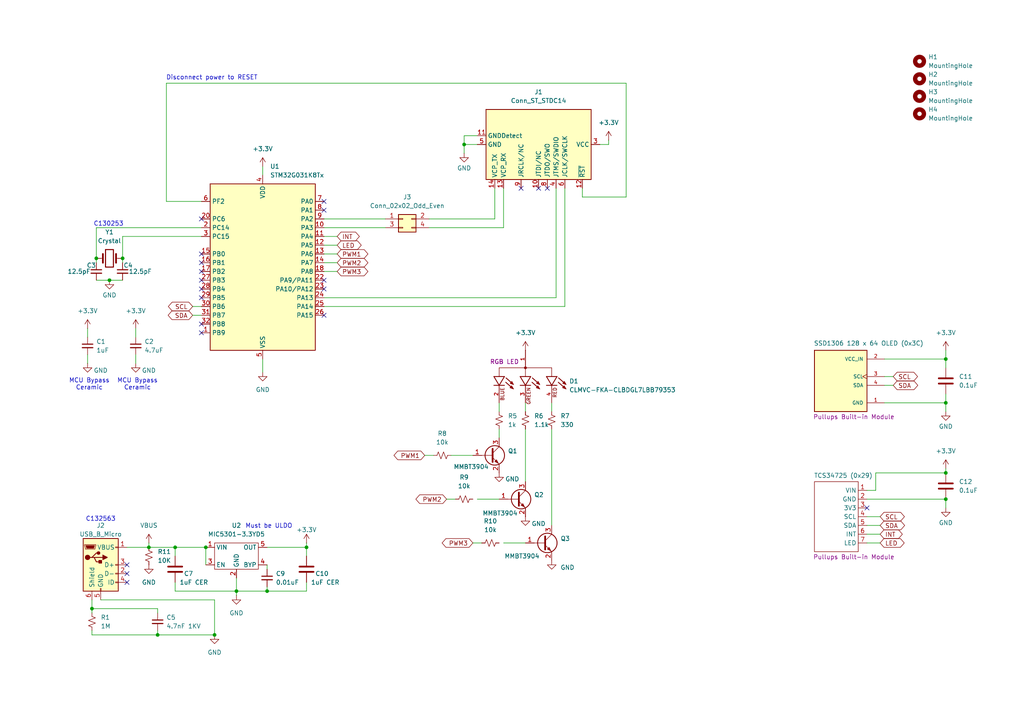
<source format=kicad_sch>
(kicad_sch (version 20250114) (generator "eeschema") (generator_version "9.0")
  (paper "A4")
  (title_block (title "RGB Reader PCB Schematic") (date "2025-10-21") (rev "4") (company "NAIT") (comment 1 "Jaedyn Carbonell (CMPE2750 Project)"))
  (lib_symbols
    (symbol "CLMVC-FKA-CLBDGL7LBB79353:CLMVC-FKA-CLBDGL7LBB79353" (pin_names (offset 1.016))
      (property "Reference" "D" (at -8.255 12.7 0))
      (property "Value" "CLMVC-FKA-CLBDGL7LBB79353" (at -8.255 12.065 0))
      (symbol "CLMVC-FKA-CLBDGL7LBB79353_0_0"
        (polyline (pts (xy -2.54 7.62) (xy -2.54 -7.62)) (stroke (width 0.1524)))
        (circle (center -2.54 0) (radius 0.2032) (stroke (width 0.4064)))
        (polyline (pts (xy 0 9.144) (xy 0 7.62)) (stroke (width 0.254)))
        (polyline (pts (xy 0 7.62) (xy -2.54 7.62)) (stroke (width 0.1524)))
        (polyline (pts (xy 0 7.62) (xy 0 6.096)) (stroke (width 0.254)))
        (polyline (pts (xy 0 6.096) (xy 2.54 7.62)) (stroke (width 0.254)))
        (polyline (pts (xy 0 1.524) (xy 0 0)) (stroke (width 0.254)))
        (polyline (pts (xy 0 0) (xy -2.54 0)) (stroke (width 0.1524)))
        (polyline (pts (xy 0 0) (xy 0 -1.524)) (stroke (width 0.254)))
        (polyline (pts (xy 0 -1.524) (xy 2.54 0)) (stroke (width 0.254)))
        (polyline (pts (xy 0 -6.096) (xy 0 -7.62)) (stroke (width 0.254)))
        (polyline (pts (xy 0 -7.62) (xy -2.54 -7.62)) (stroke (width 0.1524)))
        (polyline (pts (xy 0 -7.62) (xy 0 -9.144)) (stroke (width 0.254)))
        (polyline (pts (xy 0 -9.144) (xy 2.54 -7.62)) (stroke (width 0.254)))
        (polyline (pts (xy 1.397 11.303) (xy 1.9685 10.795) (xy 2.3495 11.811) (xy 1.397 11.303)) (stroke (width 0.1524)) (fill (type outline)))
        (polyline (pts (xy 1.397 3.683) (xy 1.9685 3.175) (xy 2.3495 4.191) (xy 1.397 3.683)) (stroke (width 0.1524)) (fill (type outline)))
        (polyline (pts (xy 1.397 -3.937) (xy 1.9685 -4.445) (xy 2.3495 -3.429) (xy 1.397 -3.937)) (stroke (width 0.1524)) (fill (type outline)))
        (polyline (pts (xy 2.1844 11.6586) (xy 0.4064 9.6266)) (stroke (width 0.254)))
        (polyline (pts (xy 2.1844 4.0386) (xy 0.4064 2.0066)) (stroke (width 0.254)))
        (polyline (pts (xy 2.1844 -3.5814) (xy 0.4064 -5.6134)) (stroke (width 0.254)))
        (polyline (pts (xy 2.54 9.144) (xy 2.54 7.62)) (stroke (width 0.254)))
        (polyline (pts (xy 2.54 7.62) (xy 0 9.144)) (stroke (width 0.254)))
        (polyline (pts (xy 2.54 7.62) (xy 2.54 6.096)) (stroke (width 0.254)))
        (polyline (pts (xy 2.54 1.524) (xy 2.54 0)) (stroke (width 0.254)))
        (polyline (pts (xy 2.54 0) (xy 0 1.524)) (stroke (width 0.254)))
        (polyline (pts (xy 2.54 0) (xy 2.54 -1.524)) (stroke (width 0.254)))
        (polyline (pts (xy 2.54 -6.096) (xy 2.54 -7.62)) (stroke (width 0.254)))
        (polyline (pts (xy 2.54 -7.62) (xy 0 -6.096)) (stroke (width 0.254)))
        (polyline (pts (xy 2.54 -7.62) (xy 2.54 -9.144)) (stroke (width 0.254)))
        (polyline (pts (xy 2.667 11.2395) (xy 3.2385 10.7315) (xy 3.6195 11.811) (xy 2.667 11.2395)) (stroke (width 0.1524)) (fill (type outline)))
        (polyline (pts (xy 2.667 3.6195) (xy 3.2385 3.1115) (xy 3.6195 4.191) (xy 2.667 3.6195)) (stroke (width 0.1524)) (fill (type outline)))
        (polyline (pts (xy 2.667 -4.0005) (xy 3.2385 -4.5085) (xy 3.6195 -3.429) (xy 2.667 -4.0005)) (stroke (width 0.1524)) (fill (type outline)))
        (polyline (pts (xy 3.429 11.557) (xy 1.651 9.525)) (stroke (width 0.254)))
        (polyline (pts (xy 3.429 3.937) (xy 1.651 1.905)) (stroke (width 0.254)))
        (polyline (pts (xy 3.429 -3.683) (xy 1.651 -5.715)) (stroke (width 0.254)))
        (text "RED" (at 3.048 9.144 0) (effects (font (size 1.016 1.016)) (justify left bottom)))
        (text "GREEN" (at 3.048 1.524 0) (effects (font (size 1.016 1.016)) (justify left bottom)))
        (text "BLUE" (at 3.048 -6.096 0) (effects (font (size 1.016 1.016)) (justify left bottom)))
        (pin passive line (at -7.62 0 0) (length 5.08) (name "~") (number "1"))
        (pin passive line (at 7.62 7.62 180) (length 5.08) (name "~") (number "4"))
        (pin passive line (at 7.62 0 180) (length 5.08) (name "~") (number "3"))
        (pin passive line (at 7.62 -7.62 180) (length 5.08) (name "~") (number "2"))
      )
    )
    (symbol "Connector:Conn_ST_STDC14"
      (property "Reference" "J" (at -8.89 16.51 0))
      (property "Value" "Conn_ST_STDC14" (at 17.78 16.51 0))
      (symbol "Conn_ST_STDC14_0_1"
        (rectangle (start -10.16 15.24) (end 10.16 -15.24) (stroke (width 0.254)) (fill (type background)))
      )
      (symbol "Conn_ST_STDC14_1_1"
        (pin no_connect line (at -10.16 5.08 0) (length 2.54) (hide yes) (name "NC") (number "1"))
        (pin no_connect line (at -10.16 2.54 0) (length 2.54) (hide yes) (name "NC") (number "2"))
        (pin passive line (at -2.54 -17.78 90) (length 2.54) (name "GNDDetect") (number "11"))
        (pin power_in line (at 0 17.78 270) (length 2.54) (name "VCC") (number "3"))
        (pin power_in line (at 0 -17.78 90) (length 2.54) (name "GND") (number "5"))
        (pin passive line (at 0 -17.78 90) (length 2.54) (hide yes) (name "GND") (number "7"))
        (pin open_collector line (at 12.7 12.7 180) (length 2.54) (name "~{RST}") (number "12"))
        (pin output line (at 12.7 7.62 180) (length 2.54) (name "JCLK/SWCLK") (number "6"))
        (pin bidirectional line (at 12.7 5.08 180) (length 2.54) (name "JTMS/SWDIO") (number "4"))
        (pin input line (at 12.7 2.54 180) (length 2.54) (name "JTDO/SWO") (number "8"))
        (pin output line (at 12.7 0 180) (length 2.54) (name "JTDI/NC") (number "10"))
        (pin input line (at 12.7 -5.08 180) (length 2.54) (name "JRCLK/NC") (number "9"))
        (pin output line (at 12.7 -10.16 180) (length 2.54) (name "VCP_RX") (number "13"))
        (pin input line (at 12.7 -12.7 180) (length 2.54) (name "VCP_TX") (number "14"))
      )
    )
    (symbol "Connector:USB_B_Micro" (pin_names (offset 1.016))
      (property "Reference" "J" (at -5.08 11.43 0))
      (property "Value" "USB_B_Micro" (at -5.08 8.89 0))
      (symbol "USB_B_Micro_0_1"
        (rectangle (start -5.08 -7.62) (end 5.08 7.62) (stroke (width 0.254)) (fill (type background)))
        (polyline (pts (xy -4.699 5.842) (xy -4.699 5.588) (xy -4.445 4.826) (xy -4.445 4.572) (xy -1.651 4.572) (xy -1.651 4.826) (xy -1.397 5.588) (xy -1.397 5.842) (xy -4.699 5.842)))
        (polyline (pts (xy -4.318 5.588) (xy -1.778 5.588) (xy -2.032 4.826) (xy -4.064 4.826) (xy -4.318 5.588)) (fill (type outline)))
        (circle (center -3.81 2.159) (radius 0.635) (stroke (width 0.254)) (fill (type outline)))
        (polyline (pts (xy -3.175 2.159) (xy -2.54 2.159) (xy -1.27 3.429) (xy -0.635 3.429)) (stroke (width 0.254)))
        (polyline (pts (xy -2.54 2.159) (xy -1.905 2.159) (xy -1.27 0.889) (xy 0 0.889)) (stroke (width 0.254)))
        (polyline (pts (xy -1.905 2.159) (xy 0.635 2.159)) (stroke (width 0.254)))
        (circle (center -0.635 3.429) (radius 0.381) (stroke (width 0.254)) (fill (type outline)))
        (rectangle (start -0.127 -7.62) (end 0.127 -6.858))
        (rectangle (start 0.254 1.27) (end -0.508 0.508) (stroke (width 0.254)) (fill (type outline)))
        (polyline (pts (xy 0.635 2.794) (xy 0.635 1.524) (xy 1.905 2.159) (xy 0.635 2.794)) (stroke (width 0.254)) (fill (type outline)))
        (rectangle (start 5.08 4.953) (end 4.318 5.207))
        (rectangle (start 5.08 -0.127) (end 4.318 0.127))
        (rectangle (start 5.08 -2.667) (end 4.318 -2.413))
        (rectangle (start 5.08 -5.207) (end 4.318 -4.953))
      )
      (symbol "USB_B_Micro_1_1"
        (pin passive line (at -2.54 -10.16 90) (length 2.54) (name "Shield") (number "6"))
        (pin power_out line (at 0 -10.16 90) (length 2.54) (name "GND") (number "5"))
        (pin power_out line (at 7.62 5.08 180) (length 2.54) (name "VBUS") (number "1"))
        (pin bidirectional line (at 7.62 0 180) (length 2.54) (name "D+") (number "3"))
        (pin bidirectional line (at 7.62 -2.54 180) (length 2.54) (name "D-") (number "2"))
        (pin passive line (at 7.62 -5.08 180) (length 2.54) (name "ID") (number "4"))
      )
    )
    (symbol "Connector_Generic:Conn_02x02_Odd_Even" (pin_names (offset 1.016) (hide yes))
      (property "Reference" "J" (at 1.27 2.54 0))
      (property "Value" "Conn_02x02_Odd_Even" (at 1.27 -5.08 0))
      (symbol "Conn_02x02_Odd_Even_1_1"
        (rectangle (start -1.27 1.27) (end 3.81 -3.81) (stroke (width 0.254)) (fill (type background)))
        (rectangle (start -1.27 0.127) (end 0 -0.127) (stroke (width 0.1524)))
        (rectangle (start -1.27 -2.413) (end 0 -2.667) (stroke (width 0.1524)))
        (rectangle (start 3.81 0.127) (end 2.54 -0.127) (stroke (width 0.1524)))
        (rectangle (start 3.81 -2.413) (end 2.54 -2.667) (stroke (width 0.1524)))
        (pin passive line (at -5.08 0 0) (length 3.81) (name "Pin_1") (number "1"))
        (pin passive line (at -5.08 -2.54 0) (length 3.81) (name "Pin_3") (number "3"))
        (pin passive line (at 7.62 0 180) (length 3.81) (name "Pin_2") (number "2"))
        (pin passive line (at 7.62 -2.54 180) (length 3.81) (name "Pin_4") (number "4"))
      )
    )
    (symbol "DM-OLED096-636:DM-OLED096-636" (pin_names (offset 1.016))
      (property "Reference" "U" (at -7.62 10.922 0))
      (property "Value" "DM-OLED096-636" (at -7.62 -10.16 0))
      (symbol "DM-OLED096-636_0_0"
        (rectangle (start -7.62 -7.62) (end 7.62 10.16) (stroke (width 0.254)) (fill (type background)))
        (pin power_in line (at 12.7 7.62 180) (length 5.08) (name "VCC_IN") (number "2"))
        (pin input clock (at 12.7 2.54 180) (length 5.08) (name "SCL") (number "3"))
        (pin bidirectional line (at 12.7 0 180) (length 5.08) (name "SDA") (number "4"))
        (pin power_in line (at 12.7 -5.08 180) (length 5.08) (name "GND") (number "1"))
      )
    )
    (symbol "Device:C" (pin_numbers (hide yes)) (pin_names (offset 0.254))
      (property "Reference" "C" (at 0.635 2.54 0))
      (property "Value" "C" (at 0.635 -2.54 0))
      (symbol "C_0_1"
        (polyline (pts (xy -2.032 0.762) (xy 2.032 0.762)) (stroke (width 0.508)))
        (polyline (pts (xy -2.032 -0.762) (xy 2.032 -0.762)) (stroke (width 0.508)))
      )
      (symbol "C_1_1"
        (pin passive line (at 0 3.81 270) (length 2.794) (name "~") (number "1"))
        (pin passive line (at 0 -3.81 90) (length 2.794) (name "~") (number "2"))
      )
    )
    (symbol "Device:C_Small" (pin_numbers (hide yes)) (pin_names (offset 0.254) (hide yes))
      (property "Reference" "C" (at 0.254 1.778 0))
      (property "Value" "C_Small" (at 0.254 -2.032 0))
      (symbol "C_Small_0_1"
        (polyline (pts (xy -1.524 0.508) (xy 1.524 0.508)) (stroke (width 0.3048)))
        (polyline (pts (xy -1.524 -0.508) (xy 1.524 -0.508)) (stroke (width 0.3302)))
      )
      (symbol "C_Small_1_1"
        (pin passive line (at 0 2.54 270) (length 2.032) (name "~") (number "1"))
        (pin passive line (at 0 -2.54 90) (length 2.032) (name "~") (number "2"))
      )
    )
    (symbol "Device:Crystal" (pin_numbers (hide yes)) (pin_names (offset 1.016) (hide yes))
      (property "Reference" "Y" (at 0 3.81 0))
      (property "Value" "Crystal" (at 0 -3.81 0))
      (symbol "Crystal_0_1"
        (polyline (pts (xy -2.54 0) (xy -1.905 0)))
        (polyline (pts (xy -1.905 -1.27) (xy -1.905 1.27)) (stroke (width 0.508)))
        (rectangle (start -1.143 2.54) (end 1.143 -2.54) (stroke (width 0.3048)))
        (polyline (pts (xy 1.905 -1.27) (xy 1.905 1.27)) (stroke (width 0.508)))
        (polyline (pts (xy 2.54 0) (xy 1.905 0)))
      )
      (symbol "Crystal_1_1"
        (pin passive line (at -3.81 0 0) (length 1.27) (name "1") (number "1"))
        (pin passive line (at 3.81 0 180) (length 1.27) (name "2") (number "2"))
      )
    )
    (symbol "Device:R_Small_US" (pin_numbers (hide yes)) (pin_names (offset 0.254) (hide yes))
      (property "Reference" "R" (at 0.762 0.508 0))
      (property "Value" "R_Small_US" (at 0.762 -1.016 0))
      (symbol "R_Small_US_1_1"
        (polyline (pts (xy 0 1.524) (xy 1.016 1.143) (xy 0 0.762) (xy -1.016 0.381) (xy 0 0)))
        (polyline (pts (xy 0 0) (xy 1.016 -0.381) (xy 0 -0.762) (xy -1.016 -1.143) (xy 0 -1.524)))
        (pin passive line (at 0 2.54 270) (length 1.016) (name "~") (number "1"))
        (pin passive line (at 0 -2.54 90) (length 1.016) (name "~") (number "2"))
      )
    )
    (symbol "MCU_ST_STM32G0:STM32G031K8Tx"
      (property "Reference" "U" (at -15.24 26.67 0))
      (property "Value" "STM32G031K8Tx" (at 2.54 26.67 0))
      (symbol "STM32G031K8Tx_0_1"
        (rectangle (start -15.24 -22.86) (end 15.24 25.4) (stroke (width 0.254)) (fill (type background)))
      )
      (symbol "STM32G031K8Tx_1_1"
        (pin bidirectional line (at -17.78 20.32 0) (length 2.54) (name "PF2") (number "6"))
        (pin bidirectional line (at -17.78 15.24 0) (length 2.54) (name "PC6") (number "20"))
        (pin bidirectional line (at -17.78 12.7 0) (length 2.54) (name "PC14") (number "2"))
        (pin bidirectional line (at -17.78 10.16 0) (length 2.54) (name "PC15") (number "3"))
        (pin bidirectional line (at -17.78 5.08 0) (length 2.54) (name "PB0") (number "15"))
        (pin bidirectional line (at -17.78 2.54 0) (length 2.54) (name "PB1") (number "16"))
        (pin bidirectional line (at -17.78 0 0) (length 2.54) (name "PB2") (number "17"))
        (pin bidirectional line (at -17.78 -2.54 0) (length 2.54) (name "PB3") (number "27"))
        (pin bidirectional line (at -17.78 -5.08 0) (length 2.54) (name "PB4") (number "28"))
        (pin bidirectional line (at -17.78 -7.62 0) (length 2.54) (name "PB5") (number "29"))
        (pin bidirectional line (at -17.78 -10.16 0) (length 2.54) (name "PB6") (number "30"))
        (pin bidirectional line (at -17.78 -12.7 0) (length 2.54) (name "PB7") (number "31"))
        (pin bidirectional line (at -17.78 -15.24 0) (length 2.54) (name "PB8") (number "32"))
        (pin bidirectional line (at -17.78 -17.78 0) (length 2.54) (name "PB9") (number "1"))
        (pin no_connect line (at -15.24 -20.32 0) (length 2.54) (hide yes) (name "NC/PA10") (number "21"))
        (pin no_connect line (at -15.24 -22.86 0) (length 2.54) (hide yes) (name "NC/PA9") (number "19"))
        (pin power_in line (at 0 27.94 270) (length 2.54) (name "VDD") (number "4"))
        (pin power_in line (at 0 -25.4 90) (length 2.54) (name "VSS") (number "5"))
        (pin bidirectional line (at 17.78 20.32 180) (length 2.54) (name "PA0") (number "7"))
        (pin bidirectional line (at 17.78 17.78 180) (length 2.54) (name "PA1") (number "8"))
        (pin bidirectional line (at 17.78 15.24 180) (length 2.54) (name "PA2") (number "9"))
        (pin bidirectional line (at 17.78 12.7 180) (length 2.54) (name "PA3") (number "10"))
        (pin bidirectional line (at 17.78 10.16 180) (length 2.54) (name "PA4") (number "11"))
        (pin bidirectional line (at 17.78 7.62 180) (length 2.54) (name "PA5") (number "12"))
        (pin bidirectional line (at 17.78 5.08 180) (length 2.54) (name "PA6") (number "13"))
        (pin bidirectional line (at 17.78 2.54 180) (length 2.54) (name "PA7") (number "14"))
        (pin bidirectional line (at 17.78 0 180) (length 2.54) (name "PA8") (number "18"))
        (pin bidirectional line (at 17.78 -2.54 180) (length 2.54) (name "PA9/PA11") (number "22"))
        (pin bidirectional line (at 17.78 -5.08 180) (length 2.54) (name "PA10/PA12") (number "23"))
        (pin bidirectional line (at 17.78 -7.62 180) (length 2.54) (name "PA13") (number "24"))
        (pin bidirectional line (at 17.78 -10.16 180) (length 2.54) (name "PA14") (number "25"))
        (pin bidirectional line (at 17.78 -12.7 180) (length 2.54) (name "PA15") (number "26"))
      )
    )
    (symbol "Mechanical:MountingHole" (pin_names (offset 1.016)) (exclude_from_sim yes) (in_bom no)
      (property "Reference" "H" (at 0 5.08 0))
      (property "Value" "MountingHole" (at 0 3.175 0))
      (symbol "MountingHole_0_1"
        (circle (center 0 0) (radius 1.27) (stroke (width 1.27)))
      )
    )
    (symbol "TCS34725:TCS34725"
      (property "Reference" "U" (at 0 0 0))
      (symbol "TCS34725_0_1"
        (rectangle (start -6.35 -1.27) (end 6.35 -21.59))
      )
      (symbol "TCS34725_1_1"
        (pin input line (at 8.89 -3.81 180) (length 2.54) (name "VIN") (number "1"))
        (pin input line (at 8.89 -6.35 180) (length 2.54) (name "GND") (number "2"))
        (pin input line (at 8.89 -8.89 180) (length 2.54) (name "3V3") (number "3"))
        (pin input line (at 8.89 -11.43 180) (length 2.54) (name "SCL") (number "4"))
        (pin input line (at 8.89 -13.97 180) (length 2.54) (name "SDA") (number "5"))
        (pin input line (at 8.89 -16.51 180) (length 2.54) (name "INT") (number "6"))
        (pin input line (at 8.89 -19.05 180) (length 2.54) (name "LED") (number "7"))
      )
    )
    (symbol "Transistor_BJT:MMBT3904" (pin_names (offset 0) (hide yes))
      (property "Reference" "Q" (at 5.08 1.905 0))
      (property "Value" "MMBT3904" (at 5.08 0 0))
      (symbol "MMBT3904_0_1"
        (polyline (pts (xy -2.54 0) (xy 0.635 0)))
        (polyline (pts (xy 0.635 1.905) (xy 0.635 -1.905)) (stroke (width 0.508)))
        (circle (center 1.27 0) (radius 2.8194) (stroke (width 0.254)))
      )
      (symbol "MMBT3904_1_1"
        (polyline (pts (xy 0.635 0.635) (xy 2.54 2.54)))
        (polyline (pts (xy 0.635 -0.635) (xy 2.54 -2.54)))
        (polyline (pts (xy 1.27 -1.778) (xy 1.778 -1.27) (xy 2.286 -2.286) (xy 1.27 -1.778)) (fill (type outline)))
        (pin input line (at -5.08 0 0) (length 2.54) (name "B") (number "1"))
        (pin passive line (at 2.54 5.08 270) (length 2.54) (name "C") (number "3"))
        (pin passive line (at 2.54 -5.08 90) (length 2.54) (name "E") (number "2"))
      )
    )
    (symbol "_custom:MIC5301"
      (property "Reference" "U" (at 0 4.826 0))
      (symbol "MIC5301_0_1"
        (rectangle (start -6.35 3.81) (end 6.35 -3.81))
      )
      (symbol "MIC5301_1_1"
        (pin power_in line (at -8.89 2.54 0) (length 2.54) (name "VIN") (number "1"))
        (pin passive line (at -8.89 -2.54 0) (length 2.54) (name "EN") (number "3"))
        (pin power_in line (at 0 -6.35 90) (length 2.54) (name "GND") (number "2"))
        (pin power_out line (at 8.89 2.54 180) (length 2.54) (name "OUT") (number "5"))
        (pin passive line (at 8.89 -2.54 180) (length 2.54) (name "BYP") (number "4"))
      )
    )
    (symbol "power:+3.3V" (power) (pin_numbers (hide yes)) (pin_names (offset 0) (hide yes))
      (property "Value" "+3.3V" (at 0 3.556 0))
      (symbol "+3.3V_0_1"
        (polyline (pts (xy -0.762 1.27) (xy 0 2.54)))
        (polyline (pts (xy 0 2.54) (xy 0.762 1.27)))
        (polyline (pts (xy 0 0) (xy 0 2.54)))
      )
      (symbol "+3.3V_1_1"
        (pin power_in line (at 0 0 90) (length 0) (name "~") (number "1"))
      )
    )
    (symbol "power:GND" (power) (pin_numbers (hide yes)) (pin_names (offset 0) (hide yes))
      (property "Value" "GND" (at 0 -3.81 0))
      (symbol "GND_0_1"
        (polyline (pts (xy 0 0) (xy 0 -1.27) (xy 1.27 -1.27) (xy 0 -2.54) (xy -1.27 -1.27) (xy 0 -1.27)))
      )
      (symbol "GND_1_1"
        (pin power_in line (at 0 0 270) (length 0) (name "~") (number "1"))
      )
    )
    (symbol "power:VBUS" (power) (pin_numbers (hide yes)) (pin_names (offset 0) (hide yes))
      (property "Value" "VBUS" (at 0 3.556 0))
      (symbol "VBUS_0_1"
        (polyline (pts (xy -0.762 1.27) (xy 0 2.54)))
        (polyline (pts (xy 0 2.54) (xy 0.762 1.27)))
        (polyline (pts (xy 0 0) (xy 0 2.54)))
      )
      (symbol "VBUS_1_1"
        (pin power_in line (at 0 0 90) (length 0) (name "~") (number "1"))
      )
    )
  )
  (text "C132563" (at 29.21 150.622 0) (effects (font (size 1.27 1.27))))
  (text "Must be ULDO" (at 77.978 152.654 0) (effects (font (size 1.27 1.27))))
  (text "MCU Bypass\nCeramic" (at 25.908 111.506 0) (effects (font (size 1.27 1.27))))
  (text "Disconnect power to RESET\n" (at 61.468 22.606 0) (effects (font (size 1.27 1.27))))
  (text "C130253" (at 31.496 65.024 0) (effects (font (size 1.27 1.27))))
  (text "MCU Bypass\nCeramic" (at 39.878 111.506 0) (effects (font (size 1.27 1.27))))
  (junction (at 35.56 74.93))
  (junction (at 274.32 104.14))
  (junction (at 274.32 144.78))
  (junction (at 26.67 176.53))
  (junction (at 59.69 158.75))
  (junction (at 274.32 137.16))
  (junction (at 88.9 158.75))
  (junction (at 50.8 158.75))
  (junction (at 43.18 158.75))
  (junction (at 27.94 74.93))
  (junction (at 45.72 184.15))
  (junction (at 134.62 41.91))
  (junction (at 31.75 81.28))
  (junction (at 62.23 184.15))
  (junction (at 274.32 116.84))
  (junction (at 77.47 171.45))
  (junction (at 68.58 171.45))
  (no_connect (at 36.83 166.37))
  (no_connect (at 58.42 96.52))
  (no_connect (at 93.98 81.28))
  (no_connect (at 93.98 91.44))
  (no_connect (at 58.42 93.98))
  (no_connect (at 151.13 54.61))
  (no_connect (at 93.98 60.96))
  (no_connect (at 58.42 76.2))
  (no_connect (at 93.98 58.42))
  (no_connect (at 58.42 73.66))
  (no_connect (at 58.42 78.74))
  (no_connect (at 93.98 83.82))
  (no_connect (at 58.42 81.28))
  (no_connect (at 156.21 54.61))
  (no_connect (at 36.83 163.83))
  (no_connect (at 58.42 83.82))
  (no_connect (at 158.75 54.61))
  (no_connect (at 36.83 168.91))
  (no_connect (at 251.46 147.32))
  (no_connect (at 58.42 63.5))
  (no_connect (at 58.42 86.36))
  (wire (pts (xy 88.9 157.48) (xy 88.9 158.75)))
  (wire (pts (xy 138.43 144.78) (xy 144.78 144.78)))
  (wire (pts (xy 29.21 173.99) (xy 62.23 173.99)))
  (wire (pts (xy 27.94 66.04) (xy 27.94 74.93)))
  (wire (pts (xy 274.32 135.89) (xy 274.32 137.16)))
  (wire (pts (xy 43.18 158.75) (xy 36.83 158.75)))
  (wire (pts (xy 274.32 144.78) (xy 274.32 147.32)))
  (wire (pts (xy 256.54 104.14) (xy 274.32 104.14)))
  (wire (pts (xy 26.67 176.53) (xy 45.72 176.53)))
  (wire (pts (xy 168.91 57.15) (xy 181.61 57.15)))
  (wire (pts (xy 26.67 184.15) (xy 26.67 182.88)))
  (wire (pts (xy 68.58 171.45) (xy 68.58 172.72)))
  (wire (pts (xy 251.46 142.24) (xy 254 142.24)))
  (wire (pts (xy 68.58 171.45) (xy 68.58 167.64)))
  (wire (pts (xy 62.23 184.15) (xy 45.72 184.15)))
  (wire (pts (xy 93.98 68.58) (xy 97.79 68.58)))
  (wire (pts (xy 144.78 127) (xy 144.78 124.46)))
  (wire (pts (xy 39.37 95.25) (xy 39.37 97.79)))
  (wire (pts (xy 77.47 171.45) (xy 88.9 171.45)))
  (wire (pts (xy 274.32 101.6) (xy 274.32 104.14)))
  (wire (pts (xy 160.02 119.38) (xy 160.02 116.84)))
  (wire (pts (xy 50.8 168.91) (xy 50.8 171.45)))
  (wire (pts (xy 26.67 177.8) (xy 26.67 176.53)))
  (wire (pts (xy 48.26 24.13) (xy 48.26 58.42)))
  (wire (pts (xy 62.23 173.99) (xy 62.23 184.15)))
  (wire (pts (xy 50.8 161.29) (xy 50.8 158.75)))
  (wire (pts (xy 251.46 149.86) (xy 255.27 149.86)))
  (wire (pts (xy 256.54 116.84) (xy 274.32 116.84)))
  (wire (pts (xy 93.98 76.2) (xy 97.79 76.2)))
  (wire (pts (xy 144.78 119.38) (xy 144.78 116.84)))
  (wire (pts (xy 27.94 74.93) (xy 27.94 76.2)))
  (wire (pts (xy 50.8 171.45) (xy 68.58 171.45)))
  (wire (pts (xy 45.72 182.88) (xy 45.72 184.15)))
  (wire (pts (xy 138.43 41.91) (xy 134.62 41.91)))
  (wire (pts (xy 181.61 24.13) (xy 181.61 57.15)))
  (wire (pts (xy 146.05 54.61) (xy 146.05 66.04)))
  (wire (pts (xy 55.88 88.9) (xy 58.42 88.9)))
  (wire (pts (xy 35.56 74.93) (xy 35.56 76.2)))
  (wire (pts (xy 31.75 81.28) (xy 35.56 81.28)))
  (wire (pts (xy 88.9 171.45) (xy 88.9 168.91)))
  (wire (pts (xy 146.05 66.04) (xy 124.46 66.04)))
  (wire (pts (xy 77.47 158.75) (xy 88.9 158.75)))
  (wire (pts (xy 111.76 63.5) (xy 93.98 63.5)))
  (wire (pts (xy 274.32 116.84) (xy 274.32 119.38)))
  (wire (pts (xy 143.51 63.5) (xy 124.46 63.5)))
  (wire (pts (xy 45.72 184.15) (xy 26.67 184.15)))
  (wire (pts (xy 143.51 54.61) (xy 143.51 63.5)))
  (wire (pts (xy 45.72 176.53) (xy 45.72 177.8)))
  (wire (pts (xy 161.29 54.61) (xy 161.29 86.36)))
  (wire (pts (xy 26.67 173.99) (xy 26.67 176.53)))
  (wire (pts (xy 48.26 24.13) (xy 181.61 24.13)))
  (wire (pts (xy 27.94 66.04) (xy 58.42 66.04)))
  (wire (pts (xy 168.91 54.61) (xy 168.91 57.15)))
  (wire (pts (xy 35.56 68.58) (xy 58.42 68.58)))
  (wire (pts (xy 93.98 88.9) (xy 163.83 88.9)))
  (wire (pts (xy 35.56 68.58) (xy 35.56 74.93)))
  (wire (pts (xy 43.18 158.75) (xy 50.8 158.75)))
  (wire (pts (xy 163.83 54.61) (xy 163.83 88.9)))
  (wire (pts (xy 274.32 114.3) (xy 274.32 116.84)))
  (wire (pts (xy 251.46 154.94) (xy 255.27 154.94)))
  (wire (pts (xy 161.29 86.36) (xy 93.98 86.36)))
  (wire (pts (xy 76.2 104.14) (xy 76.2 107.95)))
  (wire (pts (xy 93.98 73.66) (xy 97.79 73.66)))
  (wire (pts (xy 50.8 158.75) (xy 59.69 158.75)))
  (wire (pts (xy 254 142.24) (xy 254 137.16)))
  (wire (pts (xy 130.81 132.08) (xy 137.16 132.08)))
  (wire (pts (xy 274.32 104.14) (xy 274.32 106.68)))
  (wire (pts (xy 251.46 144.78) (xy 274.32 144.78)))
  (wire (pts (xy 251.46 157.48) (xy 255.27 157.48)))
  (wire (pts (xy 77.47 170.18) (xy 77.47 171.45)))
  (wire (pts (xy 176.53 40.64) (xy 176.53 41.91)))
  (wire (pts (xy 134.62 41.91) (xy 134.62 44.45)))
  (wire (pts (xy 152.4 139.7) (xy 152.4 124.46)))
  (wire (pts (xy 254 137.16) (xy 274.32 137.16)))
  (wire (pts (xy 25.4 102.87) (xy 25.4 105.41)))
  (wire (pts (xy 134.62 39.37) (xy 134.62 41.91)))
  (wire (pts (xy 160.02 124.46) (xy 160.02 152.4)))
  (wire (pts (xy 111.76 66.04) (xy 93.98 66.04)))
  (wire (pts (xy 137.16 157.48) (xy 139.7 157.48)))
  (wire (pts (xy 76.2 48.26) (xy 76.2 50.8)))
  (wire (pts (xy 93.98 78.74) (xy 97.79 78.74)))
  (wire (pts (xy 129.54 144.78) (xy 132.08 144.78)))
  (wire (pts (xy 39.37 102.87) (xy 39.37 105.41)))
  (wire (pts (xy 68.58 171.45) (xy 77.47 171.45)))
  (wire (pts (xy 55.88 91.44) (xy 58.42 91.44)))
  (wire (pts (xy 146.05 157.48) (xy 152.4 157.48)))
  (wire (pts (xy 25.4 95.25) (xy 25.4 97.79)))
  (wire (pts (xy 256.54 109.22) (xy 259.08 109.22)))
  (wire (pts (xy 48.26 58.42) (xy 58.42 58.42)))
  (wire (pts (xy 256.54 111.76) (xy 259.08 111.76)))
  (wire (pts (xy 152.4 119.38) (xy 152.4 116.84)))
  (wire (pts (xy 59.69 158.75) (xy 59.69 163.83)))
  (wire (pts (xy 27.94 81.28) (xy 31.75 81.28)))
  (wire (pts (xy 123.19 132.08) (xy 125.73 132.08)))
  (wire (pts (xy 77.47 163.83) (xy 77.47 165.1)))
  (wire (pts (xy 138.43 39.37) (xy 134.62 39.37)))
  (wire (pts (xy 93.98 71.12) (xy 97.79 71.12)))
  (wire (pts (xy 176.53 41.91) (xy 173.99 41.91)))
  (wire (pts (xy 43.18 157.48) (xy 43.18 158.75)))
  (wire (pts (xy 88.9 161.29) (xy 88.9 158.75)))
  (wire (pts (xy 251.46 152.4) (xy 255.27 152.4)))
  (global_label "INT" (shape bidirectional) (at 97.79 68.58 0) (property "Intersheetrefs" "${INTERSHEET_REFS}" (effects (hide yes))))
  (global_label "INT" (shape bidirectional) (at 255.27 154.94 0) (property "Intersheetrefs" "${INTERSHEET_REFS}" (effects (hide yes))))
  (global_label "SCL" (shape bidirectional) (at 55.88 88.9 180) (property "Intersheetrefs" "${INTERSHEET_REFS}" (effects (hide yes))))
  (global_label "LED" (shape bidirectional) (at 255.27 157.48 0) (property "Intersheetrefs" "${INTERSHEET_REFS}" (effects (hide yes))))
  (global_label "SCL" (shape bidirectional) (at 255.27 149.86 0) (property "Intersheetrefs" "${INTERSHEET_REFS}" (effects (hide yes))))
  (global_label "SCL" (shape bidirectional) (at 259.08 109.22 0) (property "Intersheetrefs" "${INTERSHEET_REFS}" (effects (hide yes))))
  (global_label "PWM2" (shape bidirectional) (at 97.79 76.2 0) (property "Intersheetrefs" "${INTERSHEET_REFS}" (effects (hide yes))))
  (global_label "SDA" (shape bidirectional) (at 255.27 152.4 0) (property "Intersheetrefs" "${INTERSHEET_REFS}" (effects (hide yes))))
  (global_label "SDA" (shape bidirectional) (at 259.08 111.76 0) (property "Intersheetrefs" "${INTERSHEET_REFS}" (effects (hide yes))))
  (global_label "PWM3" (shape bidirectional) (at 97.79 78.74 0) (property "Intersheetrefs" "${INTERSHEET_REFS}" (effects (hide yes))))
  (global_label "PWM1" (shape bidirectional) (at 123.19 132.08 180) (property "Intersheetrefs" "${INTERSHEET_REFS}" (effects (hide yes))))
  (global_label "PWM1" (shape bidirectional) (at 97.79 73.66 0) (property "Intersheetrefs" "${INTERSHEET_REFS}" (effects (hide yes))))
  (global_label "LED" (shape bidirectional) (at 97.79 71.12 0) (property "Intersheetrefs" "${INTERSHEET_REFS}" (effects (hide yes))))
  (global_label "PWM3" (shape bidirectional) (at 137.16 157.48 180) (property "Intersheetrefs" "${INTERSHEET_REFS}" (effects (hide yes))))
  (global_label "SDA" (shape bidirectional) (at 55.88 91.44 180) (property "Intersheetrefs" "${INTERSHEET_REFS}" (effects (hide yes))))
  (global_label "PWM2" (shape bidirectional) (at 129.54 144.78 180) (property "Intersheetrefs" "${INTERSHEET_REFS}" (effects (hide yes))))
  (symbol (lib_id "Device:R_Small_US") (at 160.02 121.92 0) (unit 1)
    (property "Reference" "R7" (at 162.56 120.6499 0) (effects (justify left)))
    (property "Value" "330" (at 162.56 123.1899 0) (effects (justify left)))
    (property "Footprint" "Resistor_SMD:R_0805_2012Metric" (effects (hide yes)))
    (property "Description" "Resistor, small US symbol" (effects (hide yes)))
  )
  (symbol (lib_id "Device:C_Small") (at 35.56 78.74 0) (unit 1)
    (property "Reference" "C4" (at 35.814 76.962 0) (effects (justify left)))
    (property "Value" "12.5pF" (at 37.338 78.74 0) (effects (justify left)))
    (property "Footprint" "Capacitor_SMD:C_0805_2012Metric" (effects (hide yes)))
    (property "Description" "Unpolarized capacitor, small symbol" (effects (hide yes)))
  )
  (symbol (lib_id "power:VBUS") (at 43.18 157.48 0) (unit 1)
    (property "Reference" "#PWR07" (effects (hide yes)))
    (property "Value" "VBUS" (at 43.18 152.4 0))
    (property "Description" "Power symbol creates a global label with name \"VBUS\"" (effects (hide yes)))
  )
  (symbol (lib_id "CLMVC-FKA-CLBDGL7LBB79353:CLMVC-FKA-CLBDGL7LBB79353") (at 152.4 109.22 270) (unit 1)
    (property "Reference" "D1" (at 165.1 110.557 90) (effects (justify left)))
    (property "Value" "CLMVC-FKA-CLBDGL7LBB79353" (at 165.1 113.097 90) (effects (justify left)))
    (property "Footprint" "CLMVC-FKA-CLBDGL7LBB79353:LED_CLMVC-FKA-CLBDGL7LBB79353" (effects (hide yes)))
    (property "Description" "RGB LED" (at 146.304 104.902 90))
    (property "PARTREV" "14" (effects (hide yes)))
    (property "MANUFACTURER" "Cree Inc." (effects (hide yes)))
    (property "MAXIMUM_PACKAGE_HEIGHT" "1 mm" (effects (hide yes)))
    (property "STANDARD" "Manufacturer Recommendations" (effects (hide yes)))
  )
  (symbol (lib_id "Device:R_Small_US") (at 142.24 157.48 90) (unit 1)
    (property "Reference" "R10" (at 142.24 151.13 90))
    (property "Value" "10k" (at 142.24 153.67 90))
    (property "Footprint" "Resistor_SMD:R_0805_2012Metric" (effects (hide yes)))
    (property "Description" "Resistor, small US symbol" (effects (hide yes)))
  )
  (symbol (lib_id "Device:R_Small_US") (at 134.62 144.78 90) (unit 1)
    (property "Reference" "R9" (at 134.62 138.43 90))
    (property "Value" "10k" (at 134.62 140.97 90))
    (property "Footprint" "Resistor_SMD:R_0805_2012Metric" (effects (hide yes)))
    (property "Description" "Resistor, small US symbol" (effects (hide yes)))
  )
  (symbol (lib_id "Transistor_BJT:MMBT3904") (at 149.86 144.78 0) (unit 1)
    (property "Reference" "Q2" (at 154.94 143.5099 0) (effects (justify left)))
    (property "Value" "MMBT3904" (at 139.954 148.844 0) (effects (justify left)))
    (property "Footprint" "Package_TO_SOT_SMD:SOT-23" (effects (hide yes)))
    (property "Datasheet" "https://www.onsemi.com/pdf/datasheet/pzt3904-d.pdf" (effects (hide yes)))
    (property "Description" "0.2A Ic, 40V Vce, Small Signal NPN Transistor, SOT-23" (effects (hide yes)))
  )
  (symbol (lib_id "Device:C_Small") (at 39.37 100.33 0) (unit 1)
    (property "Reference" "C2" (at 41.91 99.0662 0) (effects (justify left)))
    (property "Value" "4.7uF" (at 41.91 101.6062 0) (effects (justify left)))
    (property "Footprint" "Capacitor_SMD:C_0805_2012Metric" (effects (hide yes)))
    (property "Description" "Unpolarized capacitor, small symbol" (effects (hide yes)))
  )
  (symbol (lib_id "Device:C") (at 88.9 165.1 180) (unit 1)
    (property "Reference" "C10" (at 91.44 166.37 0) (effects (justify right)))
    (property "Value" "1uF CER" (at 90.17 168.91 0) (effects (justify right)))
    (property "Footprint" "Capacitor_SMD:C_0805_2012Metric" (effects (hide yes)))
  )
  (symbol (lib_id "power:GND") (at 152.4 149.86 0) (unit 1)
    (property "Reference" "#PWR06" (effects (hide yes)))
    (property "Value" "GND" (at 156.21 151.892 0))
    (property "Description" "Power symbol creates a global label with name \"GND\" , ground" (effects (hide yes)))
  )
  (symbol (lib_id "power:GND") (at 62.23 184.15 0) (unit 1)
    (property "Reference" "#PWR010" (effects (hide yes)))
    (property "Value" "GND" (at 62.23 189.23 0))
  )
  (symbol (lib_id "Mechanical:MountingHole") (at 266.7 22.86 0) (unit 1) (exclude_from_sim yes) (in_bom no)
    (property "Reference" "H2" (at 269.24 21.5899 0) (effects (justify left)))
    (property "Value" "MountingHole" (at 269.24 24.1299 0) (effects (justify left)))
    (property "Footprint" "MountingHole:MountingHole_3.2mm_M3" (effects (hide yes)))
    (property "Description" "Mounting Hole without connection" (effects (hide yes)))
  )
  (symbol (lib_id "MCU_ST_STM32G0:STM32G031K8Tx") (at 76.2 78.74 0) (unit 1)
    (property "Reference" "U1" (at 78.3433 48.26 0) (effects (justify left)))
    (property "Value" "STM32G031K8Tx" (at 78.3433 50.8 0) (effects (justify left)))
    (property "Footprint" "Package_QFP:LQFP-32_7x7mm_P0.8mm" (effects (hide yes)))
    (property "Datasheet" "https://www.st.com/resource/en/datasheet/stm32g031k8.pdf" (effects (hide yes)))
    (property "Description" "STMicroelectronics Arm Cortex-M0+ MCU, 64KB flash, 8KB RAM, 64 MHz, 1.7-3.6V, 30 GPIO, LQFP32" (effects (hide yes)))
  )
  (symbol (lib_id "power:GND") (at 160.02 162.56 0) (unit 1)
    (property "Reference" "#PWR08" (effects (hide yes)))
    (property "Value" "GND" (at 164.592 164.592 0))
    (property "Description" "Power symbol creates a global label with name \"GND\" , ground" (effects (hide yes)))
  )
  (symbol (lib_id "power:GND") (at 31.75 81.28 0) (unit 1)
    (property "Reference" "#PWR05" (effects (hide yes)))
    (property "Value" "GND" (at 31.75 85.598 0))
    (property "Description" "Power symbol creates a global label with name \"GND\" , ground" (effects (hide yes)))
  )
  (symbol (lib_id "_custom:MIC5301") (at 68.58 161.29 0) (unit 1)
    (property "Reference" "U2" (at 68.58 152.4 0))
    (property "Value" "MIC5301-3.3YD5" (at 68.58 154.94 0))
    (property "Footprint" "Package_TO_SOT_SMD:TSOT-23-5" (effects (hide yes)))
  )
  (symbol (lib_id "power:GND") (at 39.37 105.41 0) (unit 1)
    (property "Reference" "#PWR015" (effects (hide yes)))
    (property "Value" "GND" (at 43.18 107.442 0))
    (property "Description" "Power symbol creates a global label with name \"GND\" , ground" (effects (hide yes)))
  )
  (symbol (lib_id "Device:C") (at 50.8 165.1 180) (unit 1)
    (property "Reference" "C7" (at 53.34 166.37 0) (effects (justify right)))
    (property "Value" "1uF CER" (at 52.07 168.91 0) (effects (justify right)))
    (property "Footprint" "Capacitor_SMD:C_0805_2012Metric" (effects (hide yes)))
  )
  (symbol (lib_id "Mechanical:MountingHole") (at 266.7 33.02 0) (unit 1) (exclude_from_sim yes) (in_bom no)
    (property "Reference" "H4" (at 269.24 31.7499 0) (effects (justify left)))
    (property "Value" "MountingHole" (at 269.24 34.2899 0) (effects (justify left)))
    (property "Footprint" "MountingHole:MountingHole_3.2mm_M3" (effects (hide yes)))
    (property "Description" "Mounting Hole without connection" (effects (hide yes)))
  )
  (symbol (lib_id "power:GND") (at 274.32 119.38 0) (unit 1)
    (property "Reference" "#PWR023" (effects (hide yes)))
    (property "Value" "GND" (at 274.32 123.698 0))
    (property "Description" "Power symbol creates a global label with name \"GND\" , ground" (effects (hide yes)))
  )
  (symbol (lib_id "Device:C_Small") (at 45.72 180.34 0) (unit 1)
    (property "Reference" "C5" (at 48.26 179.0762 0) (effects (justify left)))
    (property "Value" "4.7nF 1KV" (at 48.26 181.6162 0) (effects (justify left)))
    (property "Footprint" "Capacitor_SMD:C_0805_2012Metric" (effects (hide yes)))
    (property "Description" "Unpolarized capacitor, small symbol" (effects (hide yes)))
  )
  (symbol (lib_id "Connector:USB_B_Micro") (at 29.21 163.83 0) (unit 1)
    (property "Reference" "J2" (at 29.21 152.4 0))
    (property "Value" "USB_B_Micro" (at 29.21 154.94 0))
    (property "Footprint" "Connector_USB:USB_Micro-B_Amphenol_10118194_Horizontal" (effects (hide yes)))
  )
  (symbol (lib_id "Transistor_BJT:MMBT3904") (at 142.24 132.08 0) (unit 1)
    (property "Reference" "Q1" (at 147.32 130.8099 0) (effects (justify left)))
    (property "Value" "MMBT3904" (at 131.572 135.382 0) (effects (justify left)))
    (property "Footprint" "Package_TO_SOT_SMD:SOT-23" (effects (hide yes)))
    (property "Datasheet" "https://www.onsemi.com/pdf/datasheet/pzt3904-d.pdf" (effects (hide yes)))
    (property "Description" "0.2A Ic, 40V Vce, Small Signal NPN Transistor, SOT-23" (effects (hide yes)))
  )
  (symbol (lib_id "Device:C") (at 274.32 110.49 0) (unit 1)
    (property "Reference" "C11" (at 278.13 109.2199 0) (effects (justify left)))
    (property "Value" "0.1uF" (at 278.13 111.7599 0) (effects (justify left)))
    (property "Footprint" "Capacitor_SMD:C_0805_2012Metric" (effects (hide yes)))
  )
  (symbol (lib_id "Device:R_Small_US") (at 152.4 121.92 0) (unit 1)
    (property "Reference" "R6" (at 154.94 120.6499 0) (effects (justify left)))
    (property "Value" "1.1k" (at 154.94 123.1899 0) (effects (justify left)))
    (property "Footprint" "Resistor_SMD:R_0805_2012Metric" (effects (hide yes)))
    (property "Description" "Resistor, small US symbol" (effects (hide yes)))
  )
  (symbol (lib_id "Device:C_Small") (at 77.47 167.64 0) (unit 1)
    (property "Reference" "C9" (at 80.01 166.3762 0) (effects (justify left)))
    (property "Value" "0.01uF" (at 80.01 168.9162 0) (effects (justify left)))
    (property "Footprint" "Capacitor_SMD:C_0805_2012Metric" (effects (hide yes)))
    (property "Description" "Unpolarized capacitor, small symbol" (effects (hide yes)))
  )
  (symbol (lib_id "Mechanical:MountingHole") (at 266.7 27.94 0) (unit 1) (exclude_from_sim yes) (in_bom no)
    (property "Reference" "H3" (at 269.24 26.6699 0) (effects (justify left)))
    (property "Value" "MountingHole" (at 269.24 29.2099 0) (effects (justify left)))
    (property "Footprint" "MountingHole:MountingHole_3.2mm_M3" (effects (hide yes)))
    (property "Description" "Mounting Hole without connection" (effects (hide yes)))
  )
  (symbol (lib_id "power:+3.3V") (at 176.53 40.64 0) (unit 1)
    (property "Reference" "#PWR021" (effects (hide yes)))
    (property "Value" "+3.3V" (at 176.53 35.56 0))
    (property "Description" "Power symbol creates a global label with name \"+3.3V\"" (effects (hide yes)))
  )
  (symbol (lib_id "power:+3.3V") (at 274.32 135.89 0) (unit 1)
    (property "Reference" "#PWR024" (effects (hide yes)))
    (property "Value" "+3.3V" (at 274.32 130.81 0))
    (property "Description" "Power symbol creates a global label with name \"+3.3V\"" (effects (hide yes)))
  )
  (symbol (lib_id "DM-OLED096-636:DM-OLED096-636") (at 243.84 111.76 0) (unit 1)
    (property "Reference" "U4" (effects (hide yes)))
    (property "Value" "SSD1306 128 x 64 OLED (0x3C)" (at 251.968 99.568 0) (effects (font (thickness 0.1588))))
    (property "Footprint" "SSD1306:128x64OLED" (effects (hide yes)))
    (property "Description" "Pullups Built-in Module" (at 247.65 120.904 0))
    (property "MF" "Display Module" (effects (hide yes)))
    (property "MAXIMUM_PACKAGE_HEIGHT" "11.3 mm" (effects (hide yes)))
    (property "Package" "Package" (effects (hide yes)))
    (property "Price" "None" (effects (hide yes)))
    (property "Check_prices" "https://www.snapeda.com/parts/DM-OLED096-636/Display+Module/view-part/?ref=eda" (effects (hide yes)))
    (property "STANDARD" "Manufacturer Recommendations" (effects (hide yes)))
    (property "PARTREV" "2018-09-10" (effects (hide yes)))
    (property "SnapEDA_Link" "https://www.snapeda.com/parts/DM-OLED096-636/Display+Module/view-part/?ref=snap" (effects (hide yes)))
    (property "MP" "DM-OLED096-636" (effects (hide yes)))
    (property "Description_1" "0.96” 128 X 64 MONOCHROME GRAPHIC OLED DISPLAY MODULE - I2C" (effects (hide yes)))
    (property "Availability" "Not in stock" (effects (hide yes)))
    (property "MANUFACTURER" "Displaymodule" (effects (hide yes)))
  )
  (symbol (lib_id "power:+3.3V") (at 152.4 101.6 0) (unit 1)
    (property "Reference" "#PWR03" (effects (hide yes)))
    (property "Value" "+3.3V" (at 152.4 96.52 0))
    (property "Description" "Power symbol creates a global label with name \"+3.3V\"" (effects (hide yes)))
  )
  (symbol (lib_id "Connector:Conn_ST_STDC14") (at 156.21 41.91 270) (unit 1)
    (property "Reference" "J1" (at 156.21 26.67 90))
    (property "Value" "Conn_ST_STDC14" (at 156.21 29.21 90))
    (property "Footprint" "Connector_PinHeader_1.27mm:PinHeader_2x07_P1.27mm_Vertical_SMD" (effects (hide yes)))
    (property "Datasheet" "https://www.st.com/content/ccc/resource/technical/document/user_manual/group1/99/49/91/b6/b2/3a/46/e5/DM00526767/files/DM00526767.pdf/jcr:content/translations/en.DM00526767.pdf" (effects (hide yes)))
    (property "Description" "ST Debug Connector, standard ARM Cortex-M SWD and JTAG interface plus UART" (effects (hide yes)))
  )
  (symbol (lib_id "Device:R_Small_US") (at 128.27 132.08 90) (unit 1)
    (property "Reference" "R8" (at 128.27 125.73 90))
    (property "Value" "10k" (at 128.27 128.27 90))
    (property "Footprint" "Resistor_SMD:R_0805_2012Metric" (effects (hide yes)))
    (property "Description" "Resistor, small US symbol" (effects (hide yes)))
  )
  (symbol (lib_id "Connector_Generic:Conn_02x02_Odd_Even") (at 116.84 63.5 0) (unit 1)
    (property "Reference" "J3" (at 118.11 57.15 0))
    (property "Value" "Conn_02x02_Odd_Even" (at 118.11 59.69 0))
    (property "Footprint" "Connector_PinHeader_2.54mm:PinHeader_2x02_P2.54mm_Vertical" (effects (hide yes)))
    (property "Description" "Generic connector, double row, 02x02, odd/even pin numbering scheme (row 1 odd numbers, row 2 even numbers), script generated (kicad-library-utils/schlib/autogen/connector/)" (effects (hide yes)))
  )
  (symbol (lib_id "Device:C_Small") (at 27.94 78.74 0) (unit 1)
    (property "Reference" "C3" (at 25.146 76.962 0) (effects (justify left)))
    (property "Value" "12.5pF" (at 19.558 78.74 0) (effects (justify left)))
    (property "Footprint" "Capacitor_SMD:C_0805_2012Metric" (effects (hide yes)))
    (property "Description" "Unpolarized capacitor, small symbol" (effects (hide yes)))
  )
  (symbol (lib_id "power:+3.3V") (at 25.4 95.25 0) (unit 1)
    (property "Reference" "#PWR01" (effects (hide yes)))
    (property "Value" "+3.3V" (at 25.4 90.17 0))
    (property "Description" "Power symbol creates a global label with name \"+3.3V\"" (effects (hide yes)))
  )
  (symbol (lib_id "power:GND") (at 25.4 105.41 0) (unit 1)
    (property "Reference" "#PWR02" (effects (hide yes)))
    (property "Value" "GND" (at 29.21 107.442 0))
    (property "Description" "Power symbol creates a global label with name \"GND\" , ground" (effects (hide yes)))
  )
  (symbol (lib_id "Mechanical:MountingHole") (at 266.7 17.78 0) (unit 1) (exclude_from_sim yes) (in_bom no)
    (property "Reference" "H1" (at 269.24 16.5099 0) (effects (justify left)))
    (property "Value" "MountingHole" (at 269.24 19.0499 0) (effects (justify left)))
    (property "Footprint" "MountingHole:MountingHole_3.2mm_M3" (effects (hide yes)))
    (property "Description" "Mounting Hole without connection" (effects (hide yes)))
  )
  (symbol (lib_id "power:GND") (at 43.18 163.83 0) (unit 1)
    (property "Reference" "#PWR028" (effects (hide yes)))
    (property "Value" "GND" (at 43.18 168.91 0))
    (property "Description" "Power symbol creates a global label with name \"GND\" , ground" (effects (hide yes)))
  )
  (symbol (lib_id "power:GND") (at 68.58 172.72 0) (unit 1)
    (property "Reference" "#PWR011" (effects (hide yes)))
    (property "Value" "GND" (at 68.58 177.8 0))
  )
  (symbol (lib_id "power:GND") (at 144.78 137.16 0) (unit 1)
    (property "Reference" "#PWR04" (effects (hide yes)))
    (property "Value" "GND" (at 148.59 138.938 0))
    (property "Description" "Power symbol creates a global label with name \"GND\" , ground" (effects (hide yes)))
  )
  (symbol (lib_id "power:GND") (at 274.32 147.32 0) (unit 1)
    (property "Reference" "#PWR025" (effects (hide yes)))
    (property "Value" "GND" (at 274.32 151.638 0))
    (property "Description" "Power symbol creates a global label with name \"GND\" , ground" (effects (hide yes)))
  )
  (symbol (lib_id "Device:C") (at 274.32 140.97 0) (unit 1)
    (property "Reference" "C12" (at 278.13 139.6999 0) (effects (justify left)))
    (property "Value" "0.1uF" (at 278.13 142.2399 0) (effects (justify left)))
    (property "Footprint" "Capacitor_SMD:C_0805_2012Metric" (effects (hide yes)))
  )
  (symbol (lib_id "power:+3.3V") (at 76.2 48.26 0) (unit 1)
    (property "Reference" "#PWR012" (effects (hide yes)))
    (property "Value" "+3.3V" (at 76.2 43.18 0))
    (property "Description" "Power symbol creates a global label with name \"+3.3V\"" (effects (hide yes)))
  )
  (symbol (lib_id "TCS34725:TCS34725") (at 242.57 138.43 0) (unit 1)
    (property "Reference" "U5" (effects (hide yes)))
    (property "Value" "TCS34725 (0x29)" (at 244.602 137.922 0))
    (property "Description" "Pullups Built-in Module" (at 247.65 161.544 0))
  )
  (symbol (lib_id "power:GND") (at 76.2 107.95 0) (unit 1)
    (property "Reference" "#PWR013" (effects (hide yes)))
    (property "Value" "GND" (at 76.2 113.03 0))
    (property "Description" "Power symbol creates a global label with name \"GND\" , ground" (effects (hide yes)))
  )
  (symbol (lib_id "power:+3.3V") (at 88.9 157.48 0) (unit 1)
    (property "Reference" "#PWR014" (effects (hide yes)))
    (property "Value" "+3.3V" (at 88.9 153.67 0))
  )
  (symbol (lib_id "Device:C_Small") (at 25.4 100.33 0) (unit 1)
    (property "Reference" "C1" (at 27.94 99.0662 0) (effects (justify left)))
    (property "Value" "1uF" (at 27.94 101.6062 0) (effects (justify left)))
    (property "Footprint" "Capacitor_SMD:C_0805_2012Metric" (effects (hide yes)))
    (property "Description" "Unpolarized capacitor, small symbol" (effects (hide yes)))
  )
  (symbol (lib_id "power:+3.3V") (at 39.37 95.25 0) (unit 1)
    (property "Reference" "#PWR09" (effects (hide yes)))
    (property "Value" "+3.3V" (at 39.37 90.17 0))
    (property "Description" "Power symbol creates a global label with name \"+3.3V\"" (effects (hide yes)))
  )
  (symbol (lib_id "Device:R_Small_US") (at 26.67 180.34 0) (unit 1)
    (property "Reference" "R1" (at 29.21 179.0699 0) (effects (justify left)))
    (property "Value" "1M" (at 29.21 181.6099 0) (effects (justify left)))
    (property "Footprint" "Resistor_SMD:R_0805_2012Metric" (effects (hide yes)))
    (property "Description" "Resistor, small US symbol" (effects (hide yes)))
  )
  (symbol (lib_id "Device:R_Small_US") (at 144.78 121.92 0) (unit 1)
    (property "Reference" "R5" (at 147.32 120.6499 0) (effects (justify left)))
    (property "Value" "1k" (at 147.32 123.1899 0) (effects (justify left)))
    (property "Footprint" "Resistor_SMD:R_0805_2012Metric" (effects (hide yes)))
    (property "Description" "Resistor, small US symbol" (effects (hide yes)))
  )
  (symbol (lib_id "Transistor_BJT:MMBT3904") (at 157.48 157.48 0) (unit 1)
    (property "Reference" "Q3" (at 162.56 156.2099 0) (effects (justify left)))
    (property "Value" "MMBT3904" (at 146.304 161.29 0) (effects (justify left)))
    (property "Footprint" "Package_TO_SOT_SMD:SOT-23" (effects (hide yes)))
    (property "Datasheet" "https://www.onsemi.com/pdf/datasheet/pzt3904-d.pdf" (effects (hide yes)))
    (property "Description" "0.2A Ic, 40V Vce, Small Signal NPN Transistor, SOT-23" (effects (hide yes)))
  )
  (symbol (lib_id "Device:R_Small_US") (at 43.18 161.29 180) (unit 1)
    (property "Reference" "R11" (at 45.72 160.0199 0) (effects (justify right)))
    (property "Value" "10K" (at 45.72 162.5599 0) (effects (justify right)))
    (property "Footprint" "Resistor_SMD:R_0805_2012Metric" (effects (hide yes)))
    (property "Description" "Resistor, small US symbol" (effects (hide yes)))
  )
  (symbol (lib_id "power:GND") (at 134.62 44.45 0) (unit 1)
    (property "Reference" "#PWR020" (effects (hide yes)))
    (property "Value" "GND" (at 134.62 48.768 0))
    (property "Description" "Power symbol creates a global label with name \"GND\" , ground" (effects (hide yes)))
  )
  (symbol (lib_id "power:+3.3V") (at 274.32 101.6 0) (unit 1)
    (property "Reference" "#PWR022" (effects (hide yes)))
    (property "Value" "+3.3V" (at 274.32 96.52 0))
    (property "Description" "Power symbol creates a global label with name \"+3.3V\"" (effects (hide yes)))
  )
  (symbol (lib_id "Device:Crystal") (at 31.75 74.93 0) (unit 1)
    (property "Reference" "Y1" (at 31.75 67.31 0))
    (property "Value" "Crystal" (at 31.75 69.85 0))
    (property "Footprint" "Crystal:Crystal_SMD_3215-2Pin_3.2x1.5mm" (effects (hide yes)))
    (property "Description" "Two pin crystal" (effects (hide yes)))
  )
)
</source>
